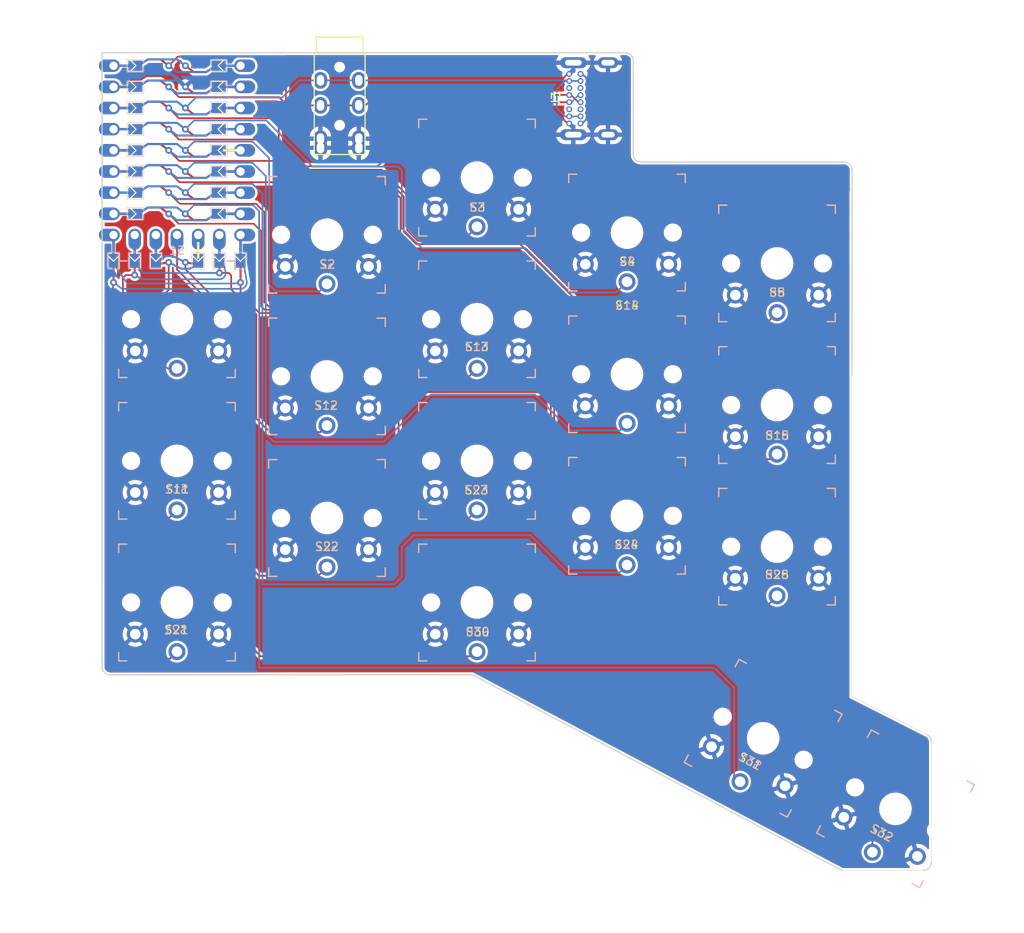
<source format=kicad_pcb>
(kicad_pcb (version 20221018) (generator pcbnew)
  (layers (0 "F.Cu" signal) (31 "B.Cu" signal) (34 "B.Paste" user) (35 "F.Paste" user) (36 "B.SilkS" user "B.Silkscreen") (37 "F.SilkS" user "F.Silkscreen") (38 "B.Mask" user) (39 "F.Mask" user) (44 "Edge.Cuts" user))
  (net 0 "")
  (net 1 "gnd")
  (net 2 "Switch1")
  (net 3 "Switch2")
  (net 4 "Switch3")
  (net 5 "Switch4")
  (net 6 "Switch5")
  (net 7 "Switch11")
  (net 8 "Switch12")
  (net 9 "Switch13")
  (net 10 "Switch14")
  (net 11 "Switch15")
  (net 12 "Switch21")
  (net 13 "Switch22")
  (net 14 "Switch23")
  (net 15 "Switch24")
  (net 16 "Switch25")
  (net 17 "Switch31")
  (net 18 "Switch32")
  (net 19 "dataT")
  (net 20 "vcc")
  (net 22 "Switch30")
  (net 27 "dataR")
  (footprint "keyswitches:SW_PG1350_reversible_solder" (layer "F.Cu") (at 72.457924 102.944857)
    (fp_text reference "S21")
    (fp_text value "SW_Push")
  )
  (footprint "keyswitches:SW_PG1350_reversible_solder" (layer "F.Cu") (at 72.457924 68.944857)
    (fp_text reference "S1" hide)
    (fp_text value "SW_Push")
  )
  (footprint "keyswitches:SW_PG1350_reversible_solder" (layer "F.Cu") (at 90.457924 58.802857)
    (fp_text reference "S2")
    (fp_text value "SW_Push")
  )
  (footprint "keyboard_reversible:USB_C_16p" (layer "F.Cu") (at 127.1778 42.4688 90)
    (fp_text reference "J3")
    (fp_text value "USB_C_Receptacle_USB2.0")
  )
  (footprint "keyswitches:SW_PG1350_reversible_solder" (layer "F.Cu") (at 90.457924 92.802857)
    (fp_text reference "S22")
    (fp_text value "SW_Push")
  )
  (footprint "keyswitches:SW_PG1350_reversible_solder" (layer "F.Cu") (at 126.457924 75.544857)
    (fp_text reference "S14")
    (fp_text value "SW_Push")
  )
  (footprint "keyswitches:SW_PG1350_reversible_solder" (layer "F.Cu") (at 144.457924 96.244857)
    (fp_text reference "S25")
    (fp_text value "SW_Push")
  )
  (footprint "keyswitches:SW_PG1350_reversible_solder" (layer "F.Cu") (at 108.457924 85.944857)
    (fp_text reference "S23")
    (fp_text value "SW_Push")
  )
  (footprint "keyswitches:SW_PG1350_reversible_solder" (layer "F.Cu") (at 108.457924 68.944857)
    (fp_text reference "S13")
    (fp_text value "SW_Push")
  )
  (footprint "keyswitches:SW_PG1350_reversible_solder" (layer "F.Cu") (at 158.67 127.72 -28)
    (fp_text reference "S32")
    (fp_text value "SW_Push")
  )
  (footprint "keyswitches:SW_PG1350_reversible_solder" (layer "F.Cu") (at 144.457924 79.244857)
    (fp_text reference "S15")
    (fp_text value "SW_Push")
  )
  (footprint "keyswitches:SW_PG1350_reversible_solder" (layer "F.Cu") (at 144.457924 62.244857)
    (fp_text reference "S5")
    (fp_text value "SW_Push")
  )
  (footprint "keyboard_reversible:TRRS-PJ-320A" (layer "F.Cu") (at 91.98 37.07)
    (fp_text reference "J1")
    (fp_text value "AudioJack4")
  )
  (footprint "keyboard_reversible:rp2040-zero-reform" (layer "F.Cu") (at 72.47 49.67)
    (fp_text reference "U1")
    (fp_text value "rp2040-zero")
  )
  (footprint "keyswitches:SW_PG1350_reversible_solder" (layer "F.Cu") (at 126.457924 58.544857)
    (fp_text reference "S4")
    (fp_text value "SW_Push")
  )
  (footprint "keyswitches:SW_PG1350_reversible_solder" (layer "F.Cu") (at 126.457924 92.544857)
    (fp_text reference "S24")
    (fp_text value "SW_Push")
  )
  (footprint "keyswitches:SW_PG1350_reversible_solder" (layer "F.Cu") (at 108.457924 102.944857)
    (fp_text reference "S30")
    (fp_text value "SW_Push")
  )
  (footprint "keyswitches:SW_PG1350_reversible_solder" (layer "F.Cu") (at 90.457924 75.802857)
    (fp_text reference "S12")
    (fp_text value "SW_Push")
  )
  (footprint "keyswitches:SW_PG1350_reversible_solder" (layer "F.Cu") (at 142.793788 119.247906 -28)
    (fp_text reference "S31")
    (fp_text value "SW_Push")
  )
  (footprint "keyswitches:SW_PG1350_reversible_solder" (layer "F.Cu") (at 108.457924 51.944857)
    (fp_text reference "S3")
    (fp_text value "SW_Push")
  )
  (footprint "keyswitches:SW_PG1350_reversible_solder" (layer "F.Cu") (at 72.457924 85.944857)
    (fp_text reference "S11")
    (fp_text value "SW_Push")
  )
  (gr_line (start 127.2 49.11) (end 127.2032 37.8968) (stroke (width 0.15)) (layer "Edge.Cuts"))
  (gr_arc (start 126.301396 36.952313) (mid 126.9492 37.2364) (end 127.215404 37.891756) (stroke (width 0.15)) (layer "Edge.Cuts"))
  (gr_line (start 162.9918 134.112) (end 162.98 119.7102) (stroke (width 0.05)) (layer "Edge.Cuts"))
  (gr_arc (start 162.9918 134.112) (mid 162.697257 134.812484) (end 161.994691 135.102027) (stroke (width 0.15)) (layer "Edge.Cuts"))
  (gr_line (start 63.4746 110.6424) (end 63.48 36.97) (stroke (width 0.15)) (layer "Edge.Cuts"))
  (gr_line (start 126.3142 36.95) (end 63.475519 36.95) (stroke (width 0.15)) (layer "Edge.Cuts"))
  (gr_arc (start 152.479517 50.055456) (mid 153.180005 50.350003) (end 153.469544 51.052565) (stroke (width 0.15)) (layer "Edge.Cuts"))
  (gr_arc (start 64.464627 111.639509) (mid 63.764143 111.344966) (end 63.4746 110.6424) (stroke (width 0.15)) (layer "Edge.Cuts"))
  (gr_line (start 153.457924 75.66) (end 153.469544 51.052565) (stroke (width 0.15)) (layer "Edge.Cuts"))
  (gr_line (start 107.91 111.63) (end 152.25 135.11) (stroke (width 0.15)) (layer "Edge.Cuts"))
  (gr_line (start 64.464627 111.639509) (end 107.91 111.63) (stroke (width 0.15)) (layer "Edge.Cuts"))
  (gr_line (start 128.048572 50.06) (end 152.470732 50.06) (stroke (width 0.15)) (layer "Edge.Cuts"))
  (gr_arc (start 128.048572 50.049662) (mid 127.423195 49.761429) (end 127.2 49.11) (stroke (width 0.15)) (layer "Edge.Cuts"))
  (gr_line (start 153.43 114.23) (end 153.43 53.62) (stroke (width 0.05)) (layer "Edge.Cuts"))
  (gr_line (start 162.433 118.7958) (end 153.43 114.23) (stroke (width 0.05)) (layer "Edge.Cuts"))
  (gr_arc (start 162.433 118.7958) (mid 162.826686 119.164992) (end 162.971944 119.684791) (stroke (width 0.15)) (layer "Edge.Cuts"))
  (gr_line (start 152.25 135.11) (end 161.994691 135.102027) (stroke (width 0.05)) (layer "Edge.Cuts"))
  (segment (start 71.47 65.42) (end 69.66 67.23) (width 0.2) (layer "F.Cu") (net 2))
  (segment (start 71.47 62.116) (end 71.47 65.42) (width 0.2) (layer "F.Cu") (net 2))
  (segment (start 69.66 67.23) (end 69.66 73.19) (width 0.2) (layer "F.Cu") (net 2))
  (segment (start 69.66 73.19) (end 71.314857 74.844857) (width 0.2) (layer "F.Cu") (net 2))
  (segment (start 71.314857 74.844857) (end 72.457924 74.844857) (width 0.2) (layer "F.Cu") (net 2))
  (segment (start 89.580781 65.58) (end 90.457924 64.702857) (width 0.2) (layer "B.Cu") (net 3))
  (segment (start 74.52 47.62) (end 81.524924 47.62) (width 0.2) (layer "B.Cu") (net 3))
  (segment (start 83.52 64.82) (end 84.28 65.58) (width 0.2) (layer "B.Cu") (net 3))
  (segment (start 73.47 48.67) (end 74.52 47.62) (width 0.2) (layer "B.Cu") (net 3))
  (segment (start 81.524924 47.62) (end 83.52 49.615076) (width 0.2) (layer "B.Cu") (net 3))
  (segment (start 83.52 49.615076) (end 83.52 64.82) (width 0.2) (layer "B.Cu") (net 3))
  (segment (start 84.28 65.58) (end 89.580781 65.58) (width 0.2) (layer "B.Cu") (net 3))
  (segment (start 97.021686 50.99) (end 100.07 54.038315) (width 0.2) (layer "F.Cu") (net 4))
  (segment (start 71.47 46.13) (end 72.71 47.37) (width 0.2) (layer "F.Cu") (net 4))
  (segment (start 85.725687 50.99) (end 97.021686 50.99) (width 0.2) (layer "F.Cu") (net 4))
  (segment (start 72.71 47.37) (end 83.82 47.37) (width 0.2) (layer "F.Cu") (net 4))
  (segment (start 101.357486 59.5318) (end 106.770981 59.5318) (width 0.2) (layer "F.Cu") (net 4))
  (segment (start 100.07 58.244314) (end 101.357486 59.5318) (width 0.2) (layer "F.Cu") (net 4))
  (segment (start 106.770981 59.5318) (end 108.457924 57.844857) (width 0.2) (layer "F.Cu") (net 4))
  (segment (start 84.28 47.83) (end 84.28 49.544314) (width 0.2) (layer "F.Cu") (net 4))
  (segment (start 83.82 47.37) (end 84.28 47.83) (width 0.2) (layer "F.Cu") (net 4))
  (segment (start 100.07 54.038315) (end 100.07 58.244314) (width 0.2) (layer "F.Cu") (net 4))
  (segment (start 84.28 49.544314) (end 85.725687 50.99) (width 0.2) (layer "F.Cu") (net 4))
  (segment (start 101.84 60.41) (end 114.29 60.41) (width 0.2) (layer "B.Cu") (net 5))
  (segment (start 99.01 50.63) (end 99.44 51.06) (width 0.2) (layer "B.Cu") (net 5))
  (segment (start 83.17 45.08) (end 88.72 50.63) (width 0.2) (layer "B.Cu") (net 5))
  (segment (start 99.44 58.01) (end 101.84 60.41) (width 0.2) (layer "B.Cu") (net 5))
  (segment (start 114.29 60.41) (end 119.61 65.73) (width 0.2) (layer "B.Cu") (net 5))
  (segment (start 119.61 65.73) (end 125.172781 65.73) (width 0.2) (layer "B.Cu") (net 5))
  (segment (start 99.44 51.06) (end 99.44 58.01) (width 0.2) (layer "B.Cu") (net 5))
  (segment (start 74.52 45.08) (end 83.17 45.08) (width 0.2) (layer "B.Cu") (net 5))
  (segment (start 73.47 46.13) (end 74.52 45.08) (width 0.2) (layer "B.Cu") (net 5))
  (segment (start 88.72 50.63) (end 99.01 50.63) (width 0.2) (layer "B.Cu") (net 5))
  (segment (start 125.172781 65.73) (end 126.457924 64.444857) (width 0.2) (layer "B.Cu") (net 5))
  (segment (start 137.51 69.13) (end 143.472781 69.13) (width 0.2) (layer "F.Cu") (net 6))
  (segment (start 116.6622 45.0088) (end 116.6622 51.5366) (width 0.2) (layer "F.Cu") (net 6))
  (segment (start 133.995 52.705) (end 135.5 54.21) (width 0.2) (layer "F.Cu") (net 6))
  (segment (start 96.52 50.59) (end 102.96 44.15) (width 0.2) (layer "F.Cu") (net 6))
  (segment (start 84.68 45.46) (end 84.68 49.378628) (width 0.2) (layer "F.Cu") (net 6))
  (segment (start 85.891372 50.59) (end 96.52 50.59) (width 0.2) (layer "F.Cu") (net 6))
  (segment (start 102.96 44.15) (end 115.8034 44.15) (width 0.2) (layer "F.Cu") (net 6))
  (segment (start 72.69 44.81) (end 84.03 44.81) (width 0.2) (layer "F.Cu") (net 6))
  (segment (start 84.03 44.81) (end 84.68 45.46) (width 0.2) (layer "F.Cu") (net 6))
  (segment (start 135.5 67.12) (end 137.51 69.13) (width 0.2) (layer "F.Cu") (net 6))
  (segment (start 115.8034 44.15) (end 116.6622 45.0088) (width 0.2) (layer "F.Cu") (net 6))
  (segment (start 143.472781 69.13) (end 144.457924 68.144857) (width 0.2) (layer "F.Cu") (net 6))
  (segment (start 116.6622 51.5366) (end 117.8306 52.705) (width 0.2) (layer "F.Cu") (net 6))
  (segment (start 135.5 54.21) (end 135.5 67.12) (width 0.2) (layer "F.Cu") (net 6))
  (segment (start 84.68 49.378628) (end 85.891372 50.59) (width 0.2) (layer "F.Cu") (net 6))
  (segment (start 71.47 43.59) (end 72.69 44.81) (width 0.2) (layer "F.Cu") (net 6))
  (segment (start 117.8306 52.705) (end 133.995 52.705) (width 0.2) (layer "F.Cu") (net 6))
  (segment (start 65.19 92.85) (end 71.452781 92.85) (width 0.2) (layer "F.Cu") (net 7))
  (segment (start 66.32 63.64) (end 65.98 63.98) (width 0.2) (layer "F.Cu") (net 7))
  (segment (start 65.19 67.58) (end 65.19 92.85) (width 0.2) (layer "F.Cu") (net 7))
  (segment (start 65.98 63.98) (end 65.98 66.79) (width 0.2) (layer "F.Cu") (net 7))
  (segment (start 71.452781 92.85) (end 72.457924 91.844857) (width 0.2) (layer "F.Cu") (net 7))
  (segment (start 67.39 63.64) (end 66.32 63.64) (width 0.2) (layer "F.Cu") (net 7))
  (segment (start 65.98 66.79) (end 65.19 67.58) (width 0.2) (layer "F.Cu") (net 7))
  (segment (start 83.6042 82.487) (end 89.673781 82.487) (width 0.2) (layer "F.Cu") (net 8))
  (segment (start 78.97 65.37) (end 81.99 68.39) (width 0.2) (layer "F.Cu") (net 8))
  (segment (start 77.55 63.386) (end 78.656 63.386) (width 0.2) (layer "F.Cu") (net 8))
  (segment (start 78.97 63.7) (end 78.97 65.37) (width 0.2) (layer "F.Cu") (net 8))
  (segment (start 89.673781 82.487) (end 90.457924 81.702857) (width 0.2) (layer "F.Cu") (net 8))
  (segment (start 81.99 68.39) (end 81.99 80.8728) (width 0.2) (layer "F.Cu") (net 8))
  (segment (start 81.99 80.8728) (end 83.6042 82.487) (width 0.2) (layer "F.Cu") (net 8))
  (segment (start 78.656 63.386) (end 78.97 63.7) (width 0.2) (layer "F.Cu") (net 8))
  (segment (start 100.26 68.714315) (end 100.26 76.578628) (width 0.2) (layer "F.Cu") (net 9))
  (segment (start 99.27 67.724314) (end 100.26 68.714315) (width 0.2) (layer "F.Cu") (net 9))
  (segment (start 84.73 52.5) (end 85.44 51.79) (width 0.2) (layer "F.Cu") (net 9))
  (segment (start 100.26 76.578628) (end 100.581372 76.9) (width 0.2) (layer "F.Cu") (net 9))
  (segment (start 85.44 51.79) (end 96.690314 51.79) (width 0.2) (layer "F.Cu") (net 9))
  (segment (start 100.581372 76.9) (end 106.402781 76.9) (width 0.2) (layer "F.Cu") (net 9))
  (segment (start 72.76 52.5) (end 84.73 52.5) (width 0.2) (layer "F.Cu") (net 9))
  (segment (start 71.47 51.21) (end 72.76 52.5) (width 0.2) (layer "F.Cu") (net 9))
  (segment (start 99.27 54.369686) (end 99.27 67.724314) (width 0.2) (layer "F.Cu") (net 9))
  (segment (start 96.690314 51.79) (end 99.27 54.369686) (width 0.2) (layer "F.Cu") (net 9))
  (segment (start 106.402781 76.9) (end 108.457924 74.844857) (width 0.2) (layer "F.Cu") (net 9))
  (segment (start 74.52 50.16) (end 81.524924 50.16) (width 0.2) (layer "B.Cu") (net 10))
  (segment (start 83.12 82.68) (end 84.09 83.65) (width 0.2) (layer "B.Cu") (net 10))
  (segment (start 102.93 77.99) (end 115.4 77.99) (width 0.2) (layer "B.Cu") (net 10))
  (segment (start 125.612781 82.29) (end 126.457924 81.444857) (width 0.2) (layer "B.Cu") (net 10))
  (segment (start 84.09 83.65) (end 97.27 83.65) (width 0.2) (layer "B.Cu") (net 10))
  (segment (start 81.524924 50.16) (end 83.12 51.755076) (width 0.2) (layer "B.Cu") (net 10))
  (segment (start 115.4 77.99) (end 119.7 82.29) (width 0.2) (layer "B.Cu") (net 10))
  (segment (start 119.7 82.29) (end 125.612781 82.29) (width 0.2) (layer "B.Cu") (net 10))
  (segment (start 73.47 51.21) (end 74.52 50.16) (width 0.2) (layer "B.Cu") (net 10))
  (segment (start 97.27 83.65) (end 102.93 77.99) (width 0.2) (layer "B.Cu") (net 10))
  (segment (start 83.12 51.755076) (end 83.12 82.68) (width 0.2) (layer "B.Cu") (net 10))
  (segment (start 113.6418 59.9318) (end 120.77 67.06) (width 0.2) (layer "F.Cu") (net 11))
  (segment (start 71.47 48.67) (end 72.74 49.94) (width 0.2) (layer "F.Cu") (net 11))
  (segment (start 99.67 58.41) (end 101.1918 59.9318) (width 0.2) (layer "F.Cu") (net 11))
  (segment (start 101.1918 59.9318) (end 113.6418 59.9318) (width 0.2) (layer "F.Cu") (net 11))
  (segment (start 136.68 85.75) (end 143.852781 85.75) (width 0.2) (layer "F.Cu") (net 11))
  (segment (start 85.56 51.39) (end 96.856 51.39) (width 0.2) (layer "F.Cu") (net 11))
  (segment (start 136.05 85.12) (end 136.68 85.75) (width 0.2) (layer "F.Cu") (net 11))
  (segment (start 99.67 54.204) (end 99.67 58.41) (width 0.2) (layer "F.Cu") (net 11))
  (segment (start 72.74 49.94) (end 84.11 49.94) (width 0.2) (layer "F.Cu") (net 11))
  (segment (start 136.05 68.43) (end 136.05 85.12) (width 0.2) (layer "F.Cu") (net 11))
  (segment (start 134.68 67.06) (end 136.05 68.43) (width 0.2) (layer "F.Cu") (net 11))
  (segment (start 84.11 49.94) (end 85.56 51.39) (width 0.2) (layer "F.Cu") (net 11))
  (segment (start 143.852781 85.75) (end 144.457924 85.144857) (width 0.2) (layer "F.Cu") (net 11))
  (segment (start 120.77 67.06) (end 134.68 67.06) (width 0.2) (layer "F.Cu") (net 11))
  (segment (start 96.856 51.39) (end 99.67 54.204) (width 0.2) (layer "F.Cu") (net 11))
  (segment (start 64.85 64.529) (end 64.79 64.589) (width 0.2) (layer "F.Cu") (net 12))
  (segment (start 64.79 93.015685) (end 64.86 93.085685) (width 0.2) (layer "F.Cu") (net 12))
  (segment (start 71.602781 109.7) (end 72.457924 108.844857) (width 0.2) (layer "F.Cu") (net 12))
  (segment (start 64.79 64.589) (end 64.79 93.015685) (width 0.2) (layer "F.Cu") (net 12))
  (segment (start 64.86 93.085685) (end 64.86 109.07) (width 0.2) (layer "F.Cu") (net 12))
  (segment (start 65.49 109.7) (end 71.602781 109.7) (width 0.2) (layer "F.Cu") (net 12))
  (segment (start 64.86 109.07) (end 65.49 109.7) (width 0.2) (layer "F.Cu") (net 12))
  (segment (start 81.46 98.9098) (end 82.296 99.7458) (width 0.2) (layer "F.Cu") (net 13))
  (segment (start 81.46 68.424314) (end 81.46 98.9098) (width 0.2) (layer "F.Cu") (net 13))
  (segment (start 73.47 62.116) (end 73.47 62.93) (width 0.2) (layer "F.Cu") (net 13))
  (segment (start 76.6 66.06) (end 79.095686 66.06) (width 0.2) (layer "F.Cu") (net 13))
  (segment (start 73.47 62.93) (end 76.6 66.06) (width 0.2) (layer "F.Cu") (net 13))
  (segment (start 79.095686 66.06) (end 81.46 68.424314) (width 0.2) (layer "F.Cu") (net 13))
  (segment (start 82.296 99.7458) (end 89.414981 99.7458) (width 0.2) (layer "F.Cu") (net 13))
  (segment (start 89.414981 99.7458) (end 90.457924 98.702857) (width 0.2) (layer "F.Cu") (net 13))
  (segment (start 101.9684 92.901) (end 107.401781 92.901) (width 0.2) (layer "F.Cu") (net 14))
  (segment (start 82.364686 68.199) (end 97.973314 68.199) (width 0.2) (layer "F.Cu") (net 14))
  (segment (start 99.06 89.9926) (end 101.9684 92.901) (width 0.2) (layer "F.Cu") (net 14))
  (segment (start 80.09 64.529) (end 80.09 65.924314) (width 0.2) (layer "F.Cu") (net 14))
  (segment (start 99.06 69.285686) (end 99.06 89.9926) (width 0.2) (layer "F.Cu") (net 14))
  (segment (start 97.973314 68.199) (end 99.06 69.285686) (width 0.2) (layer "F.Cu") (net 14))
  (segment (start 107.401781 92.901) (end 108.457924 91.844857) (width 0.2) (layer "F.Cu") (net 14))
  (segment (start 80.09 65.924314) (end 82.364686 68.199) (width 0.2) (layer "F.Cu") (net 14))
  (segment (start 82.72 53.895076) (end 82.72 100.76) (width 0.2) (layer "B.Cu") (net 15))
  (segment (start 98.52 100.76) (end 99.44 99.84) (width 0.2) (layer "B.Cu") (net 15))
  (segment (start 82.72 100.76) (end 98.52 100.76) (width 0.2) (layer "B.Cu") (net 15))
  (segment (start 119.33 99.36) (end 125.542781 99.36) (width 0.2) (layer "B.Cu") (net 15))
  (segment (start 81.524924 52.7) (end 82.72 53.895076) (width 0.2) (layer "B.Cu") (net 15))
  (segment (start 125.542781 99.36) (end 126.457924 98.444857) (width 0.2) (layer "B.Cu") (net 15))
  (segment (start 99.44 96.28) (end 100.852643 94.867357) (width 0.2) (layer "B.Cu") (net 15))
  (segment (start 74.52 52.7) (end 81.524924 52.7) (width 0.2) (layer "B.Cu") (net 15))
  (segment (start 99.44 99.84) (end 99.44 96.28) (width 0.2) (layer "B.Cu") (net 15))
  (segment (start 73.47 53.75) (end 74.52 52.7) (width 0.2) (layer "B.Cu") (net 15))
  (segment (start 100.852643 94.867357) (end 114.837357 94.867357) (width 0.2) (layer "B.Cu") (net 15))
  (segment (start 114.837357 94.867357) (end 119.33 99.36) (width 0.2) (layer "B.Cu") (net 15))
  (segment (start 81.94 55.08) (end 82.96 56.1) (width 0.2) (layer "F.Cu") (net 16))
  (segment (start 82.96 56.1) (end 82.96 66.914314) (width 0.2) (layer "F.Cu") (net 16))
  (segment (start 98.379 67.399) (end 99.86 68.88) (width 0.2) (layer "F.Cu") (net 16))
  (segment (start 134.975686 83.89) (end 135.65 84.564314) (width 0.2) (layer "F.Cu") (net 16))
  (segment (start 117.72 82.544314) (end 119.065686 83.89) (width 0.2) (layer "F.Cu") (net 16))
  (segment (start 100.415686 77.3) (end 116.55 77.3) (width 0.2) (layer "F.Cu") (net 16))
  (segment (start 83.444686 67.399) (end 98.379 67.399) (width 0.2) (layer "F.Cu") (net 16))
  (segment (start 71.47 53.75) (end 72.8 55.08) (width 0.2) (layer "F.Cu") (net 16))
  (segment (start 82.96 66.914314) (end 83.444686 67.399) (width 0.2) (layer "F.Cu") (net 16))
  (segment (start 119.065686 83.89) (end 134.975686 83.89) (width 0.2) (layer "F.Cu") (net 16))
  (segment (start 99.86 68.88) (end 99.86 76.744314) (width 0.2) (layer "F.Cu") (net 16))
  (segment (start 99.86 76.744314) (end 100.415686 77.3) (width 0.2) (layer "F.Cu") (net 16))
  (segment (start 72.8 55.08) (end 81.94 55.08) (width 0.2) (layer "F.Cu") (net 16))
  (segment (start 117.72 78.47) (end 117.72 82.544314) (width 0.2) (layer "F.Cu") (net 16))
  (segment (start 136.95 103.09) (end 143.512781 103.09) (width 0.2) (layer "F.Cu") (net 16))
  (segment (start 116.55 77.3) (end 117.72 78.47) (width 0.2) (layer "F.Cu") (net 16))
  (segment (start 143.512781 103.09) (end 144.457924 102.144857) (width 0.2) (layer "F.Cu") (net 16))
  (segment (start 135.65 84.564314) (end 135.65 101.79) (width 0.2) (layer "F.Cu") (net 16))
  (segment (start 135.65 101.79) (end 136.95 103.09) (width 0.2) (layer "F.Cu") (net 16))
  (segment (start 82.32 55.97) (end 82.32 110.79) (width 0.2) (layer "B.Cu") (net 17))
  (segment (start 73.47 56.29) (end 74.52 55.24) (width 0.2) (layer "B.Cu") (net 17))
  (segment (start 81.59 55.24) (end 82.32 55.97) (width 0.2) (layer "B.Cu") (net 17))
  (segment (start 74.52 55.24) (end 81.59 55.24) (width 0.2) (layer "B.Cu") (net 17))
  (segment (start 136.92 110.79) (end 139.311282 113.181282) (width 0.2) (layer "B.Cu") (net 17))
  (segment (start 139.311282 123.744673) (end 140.023906 124.457297) (width 0.2) (layer "B.Cu") (net 17))
  (segment (start 139.311282 113.181282) (end 139.311282 123.744673) (width 0.2) (layer "B.Cu") (net 17))
  (segment (start 82.32 110.79) (end 136.92 110.79) (width 0.2) (layer "B.Cu") (net 17))
  (segment (start 99.46 76.91) (end 100.25 77.7) (width 0.2) (layer "F.Cu") (net 18))
  (segment (start 135.25 84.73) (end 135.25 107.38) (width 0.2) (layer "F.Cu") (net 18))
  (segment (start 98.139 67.799) (end 99.46 69.12) (width 0.2) (layer "F.Cu") (net 18))
  (segment (start 82.56 67.37) (end 82.989 67.799) (width 0.2) (layer "F.Cu") (net 18))
  (segment (start 72.655 57.475) (end 81.659924 57.475) (width 0.2) (layer "F.Cu") (net 18))
  (segment (start 116.384314 77.7) (end 117.32 78.635686) (width 0.2) (layer "F.Cu") (net 18))
  (segment (start 82.989 67.799) (end 98.139 67.799) (width 0.2) (layer "F.Cu") (net 18))
  (segment (start 145.08 108.64) (end 154.978483 118.538483) (width 0.2) (layer "F.Cu") (net 18))
  (segment (start 135.25 107.38) (end 136.51 108.64) (width 0.2) (layer "F.Cu") (net 18))
  (segment (start 117.32 78.635686) (end 117.32 82.71) (width 0.2) (layer "F.Cu") (net 18))
  (segment (start 118.9 84.29) (end 134.81 84.29) (width 0.2) (layer "F.Cu") (net 18))
  (segment (start 136.51 108.64) (end 145.08 108.64) (width 0.2) (layer "F.Cu") (net 18))
  (segment (start 154.978483 118.538483) (end 154.978483 123.658483) (width 0.2) (layer "F.Cu") (net 18))
  (segment (start 82.56 58.375076) (end 82.56 67.37) (width 0.2) (layer "F.Cu") (net 18))
  (segment (start 100.25 77.7) (end 116.384314 77.7) (width 0.2) (layer "F.Cu") (net 18))
  (segment (start 99.46 69.12) (end 99.46 76.91) (width 0.2) (layer "F.Cu") (net 18))
  (segment (start 154.978483 123.658483) (end 155.900118 124.580118) (width 0.2) (layer "F.Cu") (net 18))
  (segment (start 117.32 82.71) (end 118.9 84.29) (width 0.2) (layer "F.Cu") (net 18))
  (segment (start 134.81 84.29) (end 135.25 84.73) (width 0.2) (layer "F.Cu") (net 18))
  (segment (start 71.47 56.29) (end 72.655 57.475) (width 0.2) (layer "F.Cu") (net 18))
  (segment (start 155.900118 124.580118) (end 155.900118 132.929391) (width 0.2) (layer "F.Cu") (net 18))
  (segment (start 81.659924 57.475) (end 82.56 58.375076) (width 0.2) (layer "F.Cu") (net 18))
  (segment (start 119.494 42.01) (end 119.5278 42.0438) (width 0.2) (layer "F.Cu") (net 19))
  (segment (start 72.55 37.43) (end 84.94 37.43) (width 0.2) (layer "F.Cu") (net 19))
  (segment (start 89.68 43.27) (end 94.28 43.27) (width 0.2) (layer "F.Cu") (net 19))
  (segment (start 120.6178 42.8938) (end 120.8778 42.8938) (width 0.2) (layer "F.Cu") (net 19))
  (segment (start 119.5278 42.0438) (end 119.7678 42.0438) (width 0.2) (layer "F.Cu") (net 19))
  (segment (start 85.54 38.03) (end 85.54 42.564314) (width 0.2) (layer "F.Cu") (net 19))
  (segment (start 94.28 43.27) (end 95.0838 43.27) (width 0.2) (layer "F.Cu") (net 19))
  (segment (start 119.7678 42.0438) (end 120.6178 42.8938) (width 0.2) (layer "F.Cu") (net 19))
  (segment (start 71.47 38.51) (end 72.55 37.43) (width 0.2) (layer "F.Cu") (net 19))
  (segment (start 85.54 42.564314) (end 86.245686 43.27) (width 0.2) (layer "F.Cu") (net 19))
  (segment (start 95.0838 43.27) (end 96.3438 42.01) (width 0.2) (layer "F.Cu") (net 19))
  (segment (start 96.3438 42.01) (end 119.494 42.01) (width 0.2) (layer "F.Cu") (net 19))
  (segment (start 86.245686 43.27) (end 89.68 43.27) (width 0.2) (layer "F.Cu") (net 19))
  (segment (start 84.94 37.43) (end 85.54 38.03) (width 0.2) (layer "F.Cu") (net 19))
  (segment (start 85.08 42.34) (end 87.15 40.27) (width 0.2) (layer "B.Cu") (net 20))
  (segment (start 118.0338 43.594774) (end 119.032826 44.5938) (width 0.2) (layer "B.Cu") (net 20))
  (segment (start 87.15 40.27) (end 89.68 40.27) (width 0.2) (layer "B.Cu") (net 20))
  (segment (start 119.454 40.27) (end 119.5278 40.3438) (width 0.2) (layer "B.Cu") (net 20))
  (segment (start 119.5278 44.5938) (end 120.8778 44.5938) (width 0.2) (layer "B.Cu") (net 20))
  (segment (start 118.0338 41.342826) (end 118.0338 43.594774) (width 0.2) (layer "B.Cu") (net 20))
  (segment (start 119.032826 40.3438) (end 118.0338 41.342826) (width 0.2) (layer "B.Cu") (net 20))
  (segment (start 119.5278 40.3438) (end 119.032826 40.3438) (width 0.2) (layer "B.Cu") (net 20))
  (segment (start 73.47 43.59) (end 74.72 42.34) (width 0.2) (layer "B.Cu") (net 20))
  (segment (start 119.5278 40.3438) (end 120.8778 40.3438) (width 0.2) (layer "B.Cu") (net 20))
  (segment (start 89.68 40.27) (end 119.454 40.27) (width 0.2) (layer "B.Cu") (net 20))
  (segment (start 74.72 42.34) (end 85.08 42.34) (width 0.2) (layer "B.Cu") (net 20))
  (segment (start 119.032826 44.5938) (end 119.5278 44.5938) (width 0.2) (layer "B.Cu") (net 20))
  (segment (start 76.141924 66.646239) (end 79.116239 66.646239) (width 0.2) (layer "F.Cu") (net 22))
  (segment (start 107.902781 109.4) (end 108.457924 108.844857) (width 0.2) (layer "F.Cu") (net 22))
  (segment (start 81.06 107.95) (end 82.51 109.4) (width 0.2) (layer "F.Cu") (net 22))
  (segment (start 72.47 58.83) (end 72.47 62.974315) (width 0.2) (layer "F.Cu") (net 22))
  (segment (start 72.47 62.974315) (end 76.141924 66.646239) (width 0.2) (layer "F.Cu") (net 22))
  (segment (start 79.116239 66.646239) (end 81.06 68.59) (width 0.2) (layer "F.Cu") (net 22))
  (segment (start 81.06 68.59) (end 81.06 107.95) (width 0.2) (layer "F.Cu") (net 22))
  (segment (start 82.51 109.4) (end 107.902781 109.4) (width 0.2) (layer "F.Cu") (net 22))
  (segment (start 96.8762 42.8938) (end 119.5278 42.8938) (width 0.2) (layer "F.Cu") (net 27))
  (segment (start 87.13 44.72) (end 95.05 44.72) (width 0.2) (layer "F.Cu") (net 27))
  (segment (start 72.7 42.28) (end 84.69 42.28) (width 0.2) (layer "F.Cu") (net 27))
  (segment (start 95.05 44.72) (end 96.8762 42.8938) (width 0.2) (layer "F.Cu") (net 27))
  (segment (start 71.47 41.05) (end 72.7 42.28) (width 0.2) (layer "F.Cu") (net 27))
  (segment (start 84.69 42.28) (end 87.13 44.72) (width 0.2) (layer "F.Cu") (net 27))
  (segment (start 119.5278 42.8938) (end 119.7932 42.8938) (width 0.2) (layer "B.Cu") (net 27))
  (segment (start 119.7932 42.8938) (end 120.6432 42.0438) (width 0.2) (layer "B.Cu") (net 27))
  (segment (start 120.6432 42.0438) (end 120.8778 42.0438) (width 0.2) (layer "B.Cu") (net 27))
  (zone (net 1) (net_name "gnd") (layers "F&B.Cu") (connect_pads (clearance 0.3)) (min_thickness 0.2) (fill yes (thermal_gap 0.5) (thermal_bridge_width 0.5))
    (polygon (pts (xy 172.64 30.98) (xy 174.09 43.22) (xy 174.09 142.64) (xy 53.31 142.64) (xy 51.23 140.56) (xy 51.23 49.62) (xy 59.36 41.49) (xy 59.64 30.98)))
  )
)
</source>
